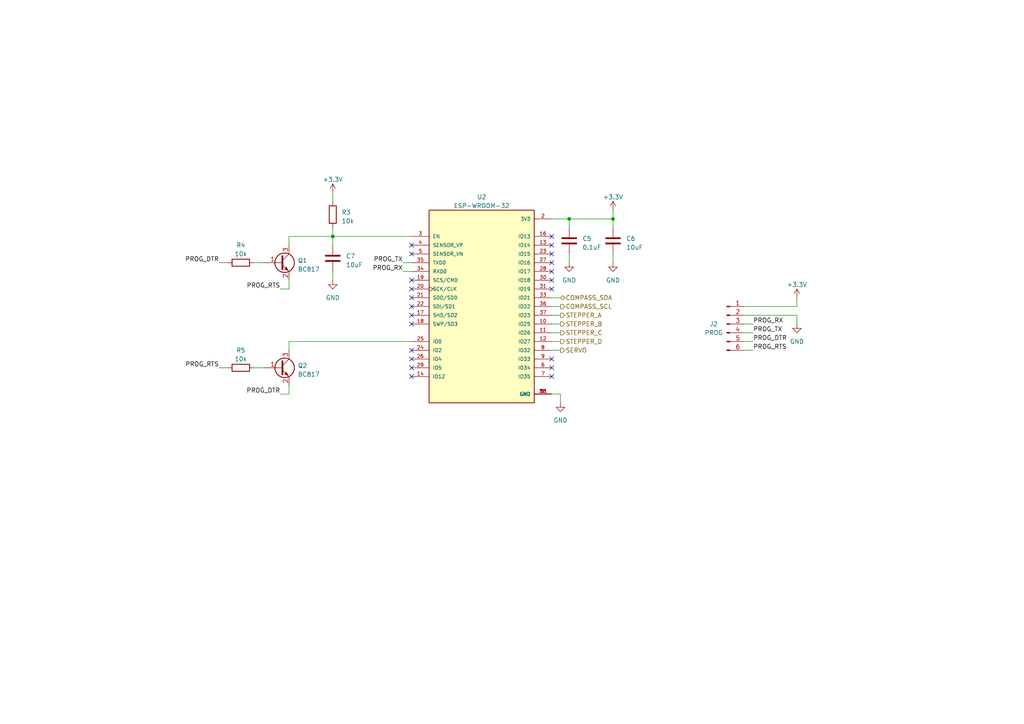
<source format=kicad_sch>
(kicad_sch (version 20230121) (generator eeschema)

  (uuid fc2a9afd-6e2a-46fa-ac16-fdf80db68002)

  (paper "A4")

  (title_block
    (title "ISSptr")
    (date "July 2024")
    (rev "v1")
  )

  (lib_symbols
    (symbol "Connector:Conn_01x06_Pin" (pin_names (offset 1.016) hide) (in_bom yes) (on_board yes)
      (property "Reference" "J" (at 0 7.62 0)
        (effects (font (size 1.27 1.27)))
      )
      (property "Value" "Conn_01x06_Pin" (at 0 -10.16 0)
        (effects (font (size 1.27 1.27)))
      )
      (property "Footprint" "" (at 0 0 0)
        (effects (font (size 1.27 1.27)) hide)
      )
      (property "Datasheet" "~" (at 0 0 0)
        (effects (font (size 1.27 1.27)) hide)
      )
      (property "ki_locked" "" (at 0 0 0)
        (effects (font (size 1.27 1.27)))
      )
      (property "ki_keywords" "connector" (at 0 0 0)
        (effects (font (size 1.27 1.27)) hide)
      )
      (property "ki_description" "Generic connector, single row, 01x06, script generated" (at 0 0 0)
        (effects (font (size 1.27 1.27)) hide)
      )
      (property "ki_fp_filters" "Connector*:*_1x??_*" (at 0 0 0)
        (effects (font (size 1.27 1.27)) hide)
      )
      (symbol "Conn_01x06_Pin_1_1"
        (polyline
          (pts
            (xy 1.27 -7.62)
            (xy 0.8636 -7.62)
          )
          (stroke (width 0.1524) (type default))
          (fill (type none))
        )
        (polyline
          (pts
            (xy 1.27 -5.08)
            (xy 0.8636 -5.08)
          )
          (stroke (width 0.1524) (type default))
          (fill (type none))
        )
        (polyline
          (pts
            (xy 1.27 -2.54)
            (xy 0.8636 -2.54)
          )
          (stroke (width 0.1524) (type default))
          (fill (type none))
        )
        (polyline
          (pts
            (xy 1.27 0)
            (xy 0.8636 0)
          )
          (stroke (width 0.1524) (type default))
          (fill (type none))
        )
        (polyline
          (pts
            (xy 1.27 2.54)
            (xy 0.8636 2.54)
          )
          (stroke (width 0.1524) (type default))
          (fill (type none))
        )
        (polyline
          (pts
            (xy 1.27 5.08)
            (xy 0.8636 5.08)
          )
          (stroke (width 0.1524) (type default))
          (fill (type none))
        )
        (rectangle (start 0.8636 -7.493) (end 0 -7.747)
          (stroke (width 0.1524) (type default))
          (fill (type outline))
        )
        (rectangle (start 0.8636 -4.953) (end 0 -5.207)
          (stroke (width 0.1524) (type default))
          (fill (type outline))
        )
        (rectangle (start 0.8636 -2.413) (end 0 -2.667)
          (stroke (width 0.1524) (type default))
          (fill (type outline))
        )
        (rectangle (start 0.8636 0.127) (end 0 -0.127)
          (stroke (width 0.1524) (type default))
          (fill (type outline))
        )
        (rectangle (start 0.8636 2.667) (end 0 2.413)
          (stroke (width 0.1524) (type default))
          (fill (type outline))
        )
        (rectangle (start 0.8636 5.207) (end 0 4.953)
          (stroke (width 0.1524) (type default))
          (fill (type outline))
        )
        (pin passive line (at 5.08 5.08 180) (length 3.81)
          (name "Pin_1" (effects (font (size 1.27 1.27))))
          (number "1" (effects (font (size 1.27 1.27))))
        )
        (pin passive line (at 5.08 2.54 180) (length 3.81)
          (name "Pin_2" (effects (font (size 1.27 1.27))))
          (number "2" (effects (font (size 1.27 1.27))))
        )
        (pin passive line (at 5.08 0 180) (length 3.81)
          (name "Pin_3" (effects (font (size 1.27 1.27))))
          (number "3" (effects (font (size 1.27 1.27))))
        )
        (pin passive line (at 5.08 -2.54 180) (length 3.81)
          (name "Pin_4" (effects (font (size 1.27 1.27))))
          (number "4" (effects (font (size 1.27 1.27))))
        )
        (pin passive line (at 5.08 -5.08 180) (length 3.81)
          (name "Pin_5" (effects (font (size 1.27 1.27))))
          (number "5" (effects (font (size 1.27 1.27))))
        )
        (pin passive line (at 5.08 -7.62 180) (length 3.81)
          (name "Pin_6" (effects (font (size 1.27 1.27))))
          (number "6" (effects (font (size 1.27 1.27))))
        )
      )
    )
    (symbol "Device:C" (pin_numbers hide) (pin_names (offset 0.254)) (in_bom yes) (on_board yes)
      (property "Reference" "C" (at 0.635 2.54 0)
        (effects (font (size 1.27 1.27)) (justify left))
      )
      (property "Value" "C" (at 0.635 -2.54 0)
        (effects (font (size 1.27 1.27)) (justify left))
      )
      (property "Footprint" "" (at 0.9652 -3.81 0)
        (effects (font (size 1.27 1.27)) hide)
      )
      (property "Datasheet" "~" (at 0 0 0)
        (effects (font (size 1.27 1.27)) hide)
      )
      (property "ki_keywords" "cap capacitor" (at 0 0 0)
        (effects (font (size 1.27 1.27)) hide)
      )
      (property "ki_description" "Unpolarized capacitor" (at 0 0 0)
        (effects (font (size 1.27 1.27)) hide)
      )
      (property "ki_fp_filters" "C_*" (at 0 0 0)
        (effects (font (size 1.27 1.27)) hide)
      )
      (symbol "C_0_1"
        (polyline
          (pts
            (xy -2.032 -0.762)
            (xy 2.032 -0.762)
          )
          (stroke (width 0.508) (type default))
          (fill (type none))
        )
        (polyline
          (pts
            (xy -2.032 0.762)
            (xy 2.032 0.762)
          )
          (stroke (width 0.508) (type default))
          (fill (type none))
        )
      )
      (symbol "C_1_1"
        (pin passive line (at 0 3.81 270) (length 2.794)
          (name "~" (effects (font (size 1.27 1.27))))
          (number "1" (effects (font (size 1.27 1.27))))
        )
        (pin passive line (at 0 -3.81 90) (length 2.794)
          (name "~" (effects (font (size 1.27 1.27))))
          (number "2" (effects (font (size 1.27 1.27))))
        )
      )
    )
    (symbol "Device:R" (pin_numbers hide) (pin_names (offset 0)) (in_bom yes) (on_board yes)
      (property "Reference" "R" (at 2.032 0 90)
        (effects (font (size 1.27 1.27)))
      )
      (property "Value" "R" (at 0 0 90)
        (effects (font (size 1.27 1.27)))
      )
      (property "Footprint" "" (at -1.778 0 90)
        (effects (font (size 1.27 1.27)) hide)
      )
      (property "Datasheet" "~" (at 0 0 0)
        (effects (font (size 1.27 1.27)) hide)
      )
      (property "ki_keywords" "R res resistor" (at 0 0 0)
        (effects (font (size 1.27 1.27)) hide)
      )
      (property "ki_description" "Resistor" (at 0 0 0)
        (effects (font (size 1.27 1.27)) hide)
      )
      (property "ki_fp_filters" "R_*" (at 0 0 0)
        (effects (font (size 1.27 1.27)) hide)
      )
      (symbol "R_0_1"
        (rectangle (start -1.016 -2.54) (end 1.016 2.54)
          (stroke (width 0.254) (type default))
          (fill (type none))
        )
      )
      (symbol "R_1_1"
        (pin passive line (at 0 3.81 270) (length 1.27)
          (name "~" (effects (font (size 1.27 1.27))))
          (number "1" (effects (font (size 1.27 1.27))))
        )
        (pin passive line (at 0 -3.81 90) (length 1.27)
          (name "~" (effects (font (size 1.27 1.27))))
          (number "2" (effects (font (size 1.27 1.27))))
        )
      )
    )
    (symbol "ESP-WROOM-32:ESP-WROOM-32" (pin_names (offset 1.016)) (in_bom yes) (on_board yes)
      (property "Reference" "U" (at -15.2699 28.5037 0)
        (effects (font (size 1.27 1.27)) (justify left bottom))
      )
      (property "Value" "ESP-WROOM-32" (at -15.2772 -31.0638 0)
        (effects (font (size 1.27 1.27)) (justify left bottom))
      )
      (property "Footprint" "ESP-WROOM-32:MODULE_ESP-WROOM-32" (at 0 0 0)
        (effects (font (size 1.27 1.27)) (justify bottom) hide)
      )
      (property "Datasheet" "" (at 0 0 0)
        (effects (font (size 1.27 1.27)) hide)
      )
      (property "MF" "Espressif Systems" (at 0 0 0)
        (effects (font (size 1.27 1.27)) (justify bottom) hide)
      )
      (property "DESCRIPTION" "Module: combo; GPIO, I2C x2, I2S x2, SDIO, SPI x3, UART x3; 19.5dBm" (at 0 0 0)
        (effects (font (size 1.27 1.27)) (justify bottom) hide)
      )
      (property "PACKAGE" "Module Espressif Systems" (at 0 0 0)
        (effects (font (size 1.27 1.27)) (justify bottom) hide)
      )
      (property "PRICE" "4.57 USD" (at 0 0 0)
        (effects (font (size 1.27 1.27)) (justify bottom) hide)
      )
      (property "Package" "Module Espressif Systems" (at 0 0 0)
        (effects (font (size 1.27 1.27)) (justify bottom) hide)
      )
      (property "Check_prices" "https://www.snapeda.com/parts/ESP-WROOM-32/Espressif+Systems/view-part/?ref=eda" (at 0 0 0)
        (effects (font (size 1.27 1.27)) (justify bottom) hide)
      )
      (property "Price" "None" (at 0 0 0)
        (effects (font (size 1.27 1.27)) (justify bottom) hide)
      )
      (property "SnapEDA_Link" "https://www.snapeda.com/parts/ESP-WROOM-32/Espressif+Systems/view-part/?ref=snap" (at 0 0 0)
        (effects (font (size 1.27 1.27)) (justify bottom) hide)
      )
      (property "MP" "ESP-WROOM-32" (at 0 0 0)
        (effects (font (size 1.27 1.27)) (justify bottom) hide)
      )
      (property "Availability" "Not in stock" (at 0 0 0)
        (effects (font (size 1.27 1.27)) (justify bottom) hide)
      )
      (property "AVAILABILITY" "Warning" (at 0 0 0)
        (effects (font (size 1.27 1.27)) (justify bottom) hide)
      )
      (property "Description" "\nESP-WROOM-32 series Transceiver; 802.11 b/g/n (Wi-Fi, WiFi, WLAN), Bluetooth® Smart 4.x Low Energy (BLE) Evaluation Board\n" (at 0 0 0)
        (effects (font (size 1.27 1.27)) (justify bottom) hide)
      )
      (symbol "ESP-WROOM-32_0_0"
        (rectangle (start -15.24 -27.94) (end 15.24 27.94)
          (stroke (width 0.254) (type default))
          (fill (type background))
        )
        (pin power_in line (at 20.32 -25.4 180) (length 5.08)
          (name "GND" (effects (font (size 1.016 1.016))))
          (number "1" (effects (font (size 1.016 1.016))))
        )
        (pin power_in line (at 20.32 -25.4 180) (length 5.08)
          (name "GND" (effects (font (size 1.016 1.016))))
          (number "1.1" (effects (font (size 1.016 1.016))))
        )
        (pin bidirectional line (at 20.32 -5.08 180) (length 5.08)
          (name "IO25" (effects (font (size 1.016 1.016))))
          (number "10" (effects (font (size 1.016 1.016))))
        )
        (pin bidirectional line (at 20.32 -7.62 180) (length 5.08)
          (name "IO26" (effects (font (size 1.016 1.016))))
          (number "11" (effects (font (size 1.016 1.016))))
        )
        (pin bidirectional line (at 20.32 -10.16 180) (length 5.08)
          (name "IO27" (effects (font (size 1.016 1.016))))
          (number "12" (effects (font (size 1.016 1.016))))
        )
        (pin bidirectional line (at 20.32 17.78 180) (length 5.08)
          (name "IO14" (effects (font (size 1.016 1.016))))
          (number "13" (effects (font (size 1.016 1.016))))
        )
        (pin bidirectional line (at -20.32 -20.32 0) (length 5.08)
          (name "IO12" (effects (font (size 1.016 1.016))))
          (number "14" (effects (font (size 1.016 1.016))))
        )
        (pin power_in line (at 20.32 -25.4 180) (length 5.08)
          (name "GND" (effects (font (size 1.016 1.016))))
          (number "15" (effects (font (size 1.016 1.016))))
        )
        (pin bidirectional line (at 20.32 20.32 180) (length 5.08)
          (name "IO13" (effects (font (size 1.016 1.016))))
          (number "16" (effects (font (size 1.016 1.016))))
        )
        (pin bidirectional line (at -20.32 -2.54 0) (length 5.08)
          (name "SHD/SD2" (effects (font (size 1.016 1.016))))
          (number "17" (effects (font (size 1.016 1.016))))
        )
        (pin bidirectional line (at -20.32 -5.08 0) (length 5.08)
          (name "SWP/SD3" (effects (font (size 1.016 1.016))))
          (number "18" (effects (font (size 1.016 1.016))))
        )
        (pin bidirectional line (at -20.32 7.62 0) (length 5.08)
          (name "SCS/CMD" (effects (font (size 1.016 1.016))))
          (number "19" (effects (font (size 1.016 1.016))))
        )
        (pin power_in line (at 20.32 25.4 180) (length 5.08)
          (name "3V3" (effects (font (size 1.016 1.016))))
          (number "2" (effects (font (size 1.016 1.016))))
        )
        (pin bidirectional clock (at -20.32 5.08 0) (length 5.08)
          (name "SCK/CLK" (effects (font (size 1.016 1.016))))
          (number "20" (effects (font (size 1.016 1.016))))
        )
        (pin bidirectional line (at -20.32 2.54 0) (length 5.08)
          (name "SDO/SD0" (effects (font (size 1.016 1.016))))
          (number "21" (effects (font (size 1.016 1.016))))
        )
        (pin bidirectional line (at -20.32 0 0) (length 5.08)
          (name "SDI/SD1" (effects (font (size 1.016 1.016))))
          (number "22" (effects (font (size 1.016 1.016))))
        )
        (pin bidirectional line (at 20.32 15.24 180) (length 5.08)
          (name "IO15" (effects (font (size 1.016 1.016))))
          (number "23" (effects (font (size 1.016 1.016))))
        )
        (pin bidirectional line (at -20.32 -12.7 0) (length 5.08)
          (name "IO2" (effects (font (size 1.016 1.016))))
          (number "24" (effects (font (size 1.016 1.016))))
        )
        (pin bidirectional line (at -20.32 -10.16 0) (length 5.08)
          (name "IO0" (effects (font (size 1.016 1.016))))
          (number "25" (effects (font (size 1.016 1.016))))
        )
        (pin bidirectional line (at -20.32 -15.24 0) (length 5.08)
          (name "IO4" (effects (font (size 1.016 1.016))))
          (number "26" (effects (font (size 1.016 1.016))))
        )
        (pin bidirectional line (at 20.32 12.7 180) (length 5.08)
          (name "IO16" (effects (font (size 1.016 1.016))))
          (number "27" (effects (font (size 1.016 1.016))))
        )
        (pin bidirectional line (at 20.32 10.16 180) (length 5.08)
          (name "IO17" (effects (font (size 1.016 1.016))))
          (number "28" (effects (font (size 1.016 1.016))))
        )
        (pin bidirectional line (at -20.32 -17.78 0) (length 5.08)
          (name "IO5" (effects (font (size 1.016 1.016))))
          (number "29" (effects (font (size 1.016 1.016))))
        )
        (pin input line (at -20.32 20.32 0) (length 5.08)
          (name "EN" (effects (font (size 1.016 1.016))))
          (number "3" (effects (font (size 1.016 1.016))))
        )
        (pin bidirectional line (at 20.32 7.62 180) (length 5.08)
          (name "IO18" (effects (font (size 1.016 1.016))))
          (number "30" (effects (font (size 1.016 1.016))))
        )
        (pin bidirectional line (at 20.32 5.08 180) (length 5.08)
          (name "IO19" (effects (font (size 1.016 1.016))))
          (number "31" (effects (font (size 1.016 1.016))))
        )
        (pin bidirectional line (at 20.32 2.54 180) (length 5.08)
          (name "IO21" (effects (font (size 1.016 1.016))))
          (number "33" (effects (font (size 1.016 1.016))))
        )
        (pin bidirectional line (at -20.32 10.16 0) (length 5.08)
          (name "RXD0" (effects (font (size 1.016 1.016))))
          (number "34" (effects (font (size 1.016 1.016))))
        )
        (pin bidirectional line (at -20.32 12.7 0) (length 5.08)
          (name "TXD0" (effects (font (size 1.016 1.016))))
          (number "35" (effects (font (size 1.016 1.016))))
        )
        (pin bidirectional line (at 20.32 0 180) (length 5.08)
          (name "IO22" (effects (font (size 1.016 1.016))))
          (number "36" (effects (font (size 1.016 1.016))))
        )
        (pin bidirectional line (at 20.32 -2.54 180) (length 5.08)
          (name "IO23" (effects (font (size 1.016 1.016))))
          (number "37" (effects (font (size 1.016 1.016))))
        )
        (pin power_in line (at 20.32 -25.4 180) (length 5.08)
          (name "GND" (effects (font (size 1.016 1.016))))
          (number "38" (effects (font (size 1.016 1.016))))
        )
        (pin input line (at -20.32 17.78 0) (length 5.08)
          (name "SENSOR_VP" (effects (font (size 1.016 1.016))))
          (number "4" (effects (font (size 1.016 1.016))))
        )
        (pin input line (at -20.32 15.24 0) (length 5.08)
          (name "SENSOR_VN" (effects (font (size 1.016 1.016))))
          (number "5" (effects (font (size 1.016 1.016))))
        )
        (pin bidirectional line (at 20.32 -17.78 180) (length 5.08)
          (name "IO34" (effects (font (size 1.016 1.016))))
          (number "6" (effects (font (size 1.016 1.016))))
        )
        (pin bidirectional line (at 20.32 -20.32 180) (length 5.08)
          (name "IO35" (effects (font (size 1.016 1.016))))
          (number "7" (effects (font (size 1.016 1.016))))
        )
        (pin bidirectional line (at 20.32 -12.7 180) (length 5.08)
          (name "IO32" (effects (font (size 1.016 1.016))))
          (number "8" (effects (font (size 1.016 1.016))))
        )
        (pin bidirectional line (at 20.32 -15.24 180) (length 5.08)
          (name "IO33" (effects (font (size 1.016 1.016))))
          (number "9" (effects (font (size 1.016 1.016))))
        )
      )
    )
    (symbol "Transistor_BJT:BC817" (pin_names (offset 0) hide) (in_bom yes) (on_board yes)
      (property "Reference" "Q" (at 5.08 1.905 0)
        (effects (font (size 1.27 1.27)) (justify left))
      )
      (property "Value" "BC817" (at 5.08 0 0)
        (effects (font (size 1.27 1.27)) (justify left))
      )
      (property "Footprint" "Package_TO_SOT_SMD:SOT-23" (at 5.08 -1.905 0)
        (effects (font (size 1.27 1.27) italic) (justify left) hide)
      )
      (property "Datasheet" "https://www.onsemi.com/pub/Collateral/BC818-D.pdf" (at 0 0 0)
        (effects (font (size 1.27 1.27)) (justify left) hide)
      )
      (property "ki_keywords" "NPN Transistor" (at 0 0 0)
        (effects (font (size 1.27 1.27)) hide)
      )
      (property "ki_description" "0.8A Ic, 45V Vce, NPN Transistor, SOT-23" (at 0 0 0)
        (effects (font (size 1.27 1.27)) hide)
      )
      (property "ki_fp_filters" "SOT?23*" (at 0 0 0)
        (effects (font (size 1.27 1.27)) hide)
      )
      (symbol "BC817_0_1"
        (polyline
          (pts
            (xy 0.635 0.635)
            (xy 2.54 2.54)
          )
          (stroke (width 0) (type default))
          (fill (type none))
        )
        (polyline
          (pts
            (xy 0.635 -0.635)
            (xy 2.54 -2.54)
            (xy 2.54 -2.54)
          )
          (stroke (width 0) (type default))
          (fill (type none))
        )
        (polyline
          (pts
            (xy 0.635 1.905)
            (xy 0.635 -1.905)
            (xy 0.635 -1.905)
          )
          (stroke (width 0.508) (type default))
          (fill (type none))
        )
        (polyline
          (pts
            (xy 1.27 -1.778)
            (xy 1.778 -1.27)
            (xy 2.286 -2.286)
            (xy 1.27 -1.778)
            (xy 1.27 -1.778)
          )
          (stroke (width 0) (type default))
          (fill (type outline))
        )
        (circle (center 1.27 0) (radius 2.8194)
          (stroke (width 0.254) (type default))
          (fill (type none))
        )
      )
      (symbol "BC817_1_1"
        (pin input line (at -5.08 0 0) (length 5.715)
          (name "B" (effects (font (size 1.27 1.27))))
          (number "1" (effects (font (size 1.27 1.27))))
        )
        (pin passive line (at 2.54 -5.08 90) (length 2.54)
          (name "E" (effects (font (size 1.27 1.27))))
          (number "2" (effects (font (size 1.27 1.27))))
        )
        (pin passive line (at 2.54 5.08 270) (length 2.54)
          (name "C" (effects (font (size 1.27 1.27))))
          (number "3" (effects (font (size 1.27 1.27))))
        )
      )
    )
    (symbol "power:+3.3V" (power) (pin_names (offset 0)) (in_bom yes) (on_board yes)
      (property "Reference" "#PWR" (at 0 -3.81 0)
        (effects (font (size 1.27 1.27)) hide)
      )
      (property "Value" "+3.3V" (at 0 3.556 0)
        (effects (font (size 1.27 1.27)))
      )
      (property "Footprint" "" (at 0 0 0)
        (effects (font (size 1.27 1.27)) hide)
      )
      (property "Datasheet" "" (at 0 0 0)
        (effects (font (size 1.27 1.27)) hide)
      )
      (property "ki_keywords" "global power" (at 0 0 0)
        (effects (font (size 1.27 1.27)) hide)
      )
      (property "ki_description" "Power symbol creates a global label with name \"+3.3V\"" (at 0 0 0)
        (effects (font (size 1.27 1.27)) hide)
      )
      (symbol "+3.3V_0_1"
        (polyline
          (pts
            (xy -0.762 1.27)
            (xy 0 2.54)
          )
          (stroke (width 0) (type default))
          (fill (type none))
        )
        (polyline
          (pts
            (xy 0 0)
            (xy 0 2.54)
          )
          (stroke (width 0) (type default))
          (fill (type none))
        )
        (polyline
          (pts
            (xy 0 2.54)
            (xy 0.762 1.27)
          )
          (stroke (width 0) (type default))
          (fill (type none))
        )
      )
      (symbol "+3.3V_1_1"
        (pin power_in line (at 0 0 90) (length 0) hide
          (name "+3.3V" (effects (font (size 1.27 1.27))))
          (number "1" (effects (font (size 1.27 1.27))))
        )
      )
    )
    (symbol "power:GND" (power) (pin_names (offset 0)) (in_bom yes) (on_board yes)
      (property "Reference" "#PWR" (at 0 -6.35 0)
        (effects (font (size 1.27 1.27)) hide)
      )
      (property "Value" "GND" (at 0 -3.81 0)
        (effects (font (size 1.27 1.27)))
      )
      (property "Footprint" "" (at 0 0 0)
        (effects (font (size 1.27 1.27)) hide)
      )
      (property "Datasheet" "" (at 0 0 0)
        (effects (font (size 1.27 1.27)) hide)
      )
      (property "ki_keywords" "global power" (at 0 0 0)
        (effects (font (size 1.27 1.27)) hide)
      )
      (property "ki_description" "Power symbol creates a global label with name \"GND\" , ground" (at 0 0 0)
        (effects (font (size 1.27 1.27)) hide)
      )
      (symbol "GND_0_1"
        (polyline
          (pts
            (xy 0 0)
            (xy 0 -1.27)
            (xy 1.27 -1.27)
            (xy 0 -2.54)
            (xy -1.27 -1.27)
            (xy 0 -1.27)
          )
          (stroke (width 0) (type default))
          (fill (type none))
        )
      )
      (symbol "GND_1_1"
        (pin power_in line (at 0 0 270) (length 0) hide
          (name "GND" (effects (font (size 1.27 1.27))))
          (number "1" (effects (font (size 1.27 1.27))))
        )
      )
    )
  )

  (junction (at 177.8 63.5) (diameter 0) (color 0 0 0 0)
    (uuid 2e83338c-83c1-4ea3-a3ad-95069bcbec36)
  )
  (junction (at 96.52 68.58) (diameter 0) (color 0 0 0 0)
    (uuid 93973bd5-9217-4a3f-a141-5150015e590f)
  )
  (junction (at 165.1 63.5) (diameter 0) (color 0 0 0 0)
    (uuid 942757a5-b48b-4b82-a537-169ae64741fb)
  )

  (no_connect (at 119.38 101.6) (uuid 0493e351-c1bf-45a7-8e71-4cd5c1f0f2ef))
  (no_connect (at 160.02 104.14) (uuid 2e75f186-bbbe-407b-9326-009ef3c46cd6))
  (no_connect (at 160.02 71.12) (uuid 328fb2fc-71e5-49ab-8e4b-9b8bc118250e))
  (no_connect (at 119.38 88.9) (uuid 3df35252-60f8-4bff-8943-91ef3f5ea5fd))
  (no_connect (at 119.38 93.98) (uuid 3f61c2a2-aef0-4842-963e-55e78ee076d7))
  (no_connect (at 160.02 73.66) (uuid 400840e3-3e34-4abe-8d63-e5564933babe))
  (no_connect (at 160.02 78.74) (uuid 44a94339-18de-4fe9-bccc-af71230a91a0))
  (no_connect (at 160.02 76.2) (uuid 503fac91-74f8-46ef-bcde-e7dcaa9be1a3))
  (no_connect (at 119.38 109.22) (uuid 6e0533f7-bb2f-4f45-b7f4-5b9ae7736e25))
  (no_connect (at 119.38 104.14) (uuid 6e86cfac-7091-4c7c-965b-0773210e4752))
  (no_connect (at 119.38 106.68) (uuid 6f26f171-6ee2-443c-bc38-9f97d0dc87e1))
  (no_connect (at 160.02 109.22) (uuid 897a67ec-4422-49a3-bed2-1e86785fda9f))
  (no_connect (at 160.02 81.28) (uuid 946cdf11-4318-44a5-830a-1e5c2e1351d6))
  (no_connect (at 119.38 83.82) (uuid a996fc1e-4c75-437f-ba36-74bbe9ccb423))
  (no_connect (at 119.38 81.28) (uuid b853222f-22b7-4565-8a18-326f689229c1))
  (no_connect (at 119.38 91.44) (uuid bcdf6c8d-1300-4a0a-b64b-79a5a00eb8b0))
  (no_connect (at 160.02 106.68) (uuid bdf3bb46-a793-4ef8-9982-410e96158d7a))
  (no_connect (at 160.02 68.58) (uuid c3cbfa10-b76c-4e64-8ff5-8647ca490711))
  (no_connect (at 119.38 73.66) (uuid cab4662c-b98f-4487-ab4d-8a5f48fd9a97))
  (no_connect (at 119.38 71.12) (uuid cbbffbb1-e3da-40ec-bef5-7db35d7a3546))
  (no_connect (at 160.02 83.82) (uuid d258f8fa-c819-4d22-879f-09aa78ef26cf))
  (no_connect (at 119.38 86.36) (uuid f2e12381-63fe-41d3-ad09-3d20a68b7c78))

  (wire (pts (xy 165.1 63.5) (xy 177.8 63.5))
    (stroke (width 0) (type default))
    (uuid 071ff918-6fc3-41b5-9ae5-8141c21f0ed1)
  )
  (wire (pts (xy 231.14 91.44) (xy 215.9 91.44))
    (stroke (width 0) (type default))
    (uuid 0878e2ac-fa20-4c92-9e1a-ba2b8c0d6eaa)
  )
  (wire (pts (xy 215.9 96.52) (xy 218.44 96.52))
    (stroke (width 0) (type default))
    (uuid 0a714f1b-78cb-4556-b4f4-b97ff8dc2c81)
  )
  (wire (pts (xy 160.02 99.06) (xy 162.56 99.06))
    (stroke (width 0) (type default))
    (uuid 1efdab58-2aeb-423a-b092-eedcf4b640d1)
  )
  (wire (pts (xy 162.56 116.84) (xy 162.56 114.3))
    (stroke (width 0) (type default))
    (uuid 22cce8c1-6166-4f86-bc67-5097728fedf3)
  )
  (wire (pts (xy 73.66 106.68) (xy 76.2 106.68))
    (stroke (width 0) (type default))
    (uuid 2885abb5-d8a2-4000-a876-431181a6e511)
  )
  (wire (pts (xy 215.9 93.98) (xy 218.44 93.98))
    (stroke (width 0) (type default))
    (uuid 3bcf5fc4-1c5d-4c58-baab-5020e68be323)
  )
  (wire (pts (xy 83.82 83.82) (xy 81.28 83.82))
    (stroke (width 0) (type default))
    (uuid 3bf8bec5-ffc9-4272-8d2b-72ed6d6a3a21)
  )
  (wire (pts (xy 83.82 114.3) (xy 81.28 114.3))
    (stroke (width 0) (type default))
    (uuid 3c64290a-5273-48b4-9140-a49b53ef5dbb)
  )
  (wire (pts (xy 162.56 114.3) (xy 160.02 114.3))
    (stroke (width 0) (type default))
    (uuid 3f42cc45-57d9-456e-95f6-eb8dc8f10bfd)
  )
  (wire (pts (xy 177.8 60.96) (xy 177.8 63.5))
    (stroke (width 0) (type default))
    (uuid 41520419-85fe-4617-a89c-39efcc6340cd)
  )
  (wire (pts (xy 116.84 78.74) (xy 119.38 78.74))
    (stroke (width 0) (type default))
    (uuid 4980291a-c59e-4fdc-bc51-fe07888db945)
  )
  (wire (pts (xy 63.5 106.68) (xy 66.04 106.68))
    (stroke (width 0) (type default))
    (uuid 4d2f8749-b793-4903-bff9-171d6211bb0a)
  )
  (wire (pts (xy 96.52 68.58) (xy 119.38 68.58))
    (stroke (width 0) (type default))
    (uuid 5fa700ab-ed1a-4efc-a71a-dc09b7f19c1d)
  )
  (wire (pts (xy 165.1 73.66) (xy 165.1 76.2))
    (stroke (width 0) (type default))
    (uuid 68f14366-33a5-43de-9f8b-0bdd2a95220b)
  )
  (wire (pts (xy 160.02 101.6) (xy 162.56 101.6))
    (stroke (width 0) (type default))
    (uuid 69e6826e-2a47-4010-a4b8-ffdc172577bb)
  )
  (wire (pts (xy 83.82 101.6) (xy 83.82 99.06))
    (stroke (width 0) (type default))
    (uuid 7130ca29-8df3-409b-adad-d8670ea2df9c)
  )
  (wire (pts (xy 96.52 78.74) (xy 96.52 81.28))
    (stroke (width 0) (type default))
    (uuid 732f7c19-9377-4757-8fe4-bc7de4590e09)
  )
  (wire (pts (xy 160.02 88.9) (xy 162.56 88.9))
    (stroke (width 0) (type default))
    (uuid 780f25f1-c43d-40a1-87c3-ad3b169fefce)
  )
  (wire (pts (xy 83.82 99.06) (xy 119.38 99.06))
    (stroke (width 0) (type default))
    (uuid 784d4a17-07d1-4d03-b0bb-bfd62b614772)
  )
  (wire (pts (xy 73.66 76.2) (xy 76.2 76.2))
    (stroke (width 0) (type default))
    (uuid 841efc10-d33f-42dc-97bf-aba1956852b0)
  )
  (wire (pts (xy 165.1 63.5) (xy 165.1 66.04))
    (stroke (width 0) (type default))
    (uuid 85e9b16a-b988-4be7-91a9-162c06d8cf5b)
  )
  (wire (pts (xy 215.9 88.9) (xy 231.14 88.9))
    (stroke (width 0) (type default))
    (uuid 90b3566a-1994-49d3-84a8-223ef4c5a3f9)
  )
  (wire (pts (xy 177.8 73.66) (xy 177.8 76.2))
    (stroke (width 0) (type default))
    (uuid 9259fb89-2727-42e7-9fc3-f59827a76e29)
  )
  (wire (pts (xy 63.5 76.2) (xy 66.04 76.2))
    (stroke (width 0) (type default))
    (uuid 9f638b12-6ea0-4994-b6d1-127189adddee)
  )
  (wire (pts (xy 215.9 101.6) (xy 218.44 101.6))
    (stroke (width 0) (type default))
    (uuid b4f4a421-715f-4118-b161-621b4a9e8789)
  )
  (wire (pts (xy 96.52 55.88) (xy 96.52 58.42))
    (stroke (width 0) (type default))
    (uuid b5f96707-1105-4bf8-9edb-b38cdcb1495a)
  )
  (wire (pts (xy 177.8 63.5) (xy 177.8 66.04))
    (stroke (width 0) (type default))
    (uuid b9e0029a-bd61-4785-a46e-30b04957799c)
  )
  (wire (pts (xy 231.14 88.9) (xy 231.14 86.36))
    (stroke (width 0) (type default))
    (uuid bae57c61-ec10-4381-9ade-4f558ecfe743)
  )
  (wire (pts (xy 116.84 76.2) (xy 119.38 76.2))
    (stroke (width 0) (type default))
    (uuid bc0d278a-e86d-4683-9339-81e9633ef18e)
  )
  (wire (pts (xy 160.02 93.98) (xy 162.56 93.98))
    (stroke (width 0) (type default))
    (uuid c25bdf59-8746-4bf4-94ed-eb9f4135b79d)
  )
  (wire (pts (xy 160.02 63.5) (xy 165.1 63.5))
    (stroke (width 0) (type default))
    (uuid c7215d7e-3650-4935-afaf-b3a6418608b2)
  )
  (wire (pts (xy 160.02 86.36) (xy 162.56 86.36))
    (stroke (width 0) (type default))
    (uuid d86fb088-6c52-41e0-a74e-15fde16de8f5)
  )
  (wire (pts (xy 96.52 66.04) (xy 96.52 68.58))
    (stroke (width 0) (type default))
    (uuid da6e7357-637b-44be-bdac-6f5982668775)
  )
  (wire (pts (xy 160.02 91.44) (xy 162.56 91.44))
    (stroke (width 0) (type default))
    (uuid dbc2ddb9-e074-4240-b53e-89153530aba5)
  )
  (wire (pts (xy 83.82 111.76) (xy 83.82 114.3))
    (stroke (width 0) (type default))
    (uuid dd97085a-cb58-4589-a804-cb168daaee07)
  )
  (wire (pts (xy 215.9 99.06) (xy 218.44 99.06))
    (stroke (width 0) (type default))
    (uuid e5505bd3-15e7-4028-bb1c-49cdcb8e5ec0)
  )
  (wire (pts (xy 83.82 81.28) (xy 83.82 83.82))
    (stroke (width 0) (type default))
    (uuid eb3b8213-8bc1-4247-9ec5-1032623913c5)
  )
  (wire (pts (xy 83.82 68.58) (xy 96.52 68.58))
    (stroke (width 0) (type default))
    (uuid edf6c6a9-f87b-4670-a990-0a893f20f687)
  )
  (wire (pts (xy 83.82 71.12) (xy 83.82 68.58))
    (stroke (width 0) (type default))
    (uuid ee3afeaa-7feb-47c4-995d-998ff545f9f5)
  )
  (wire (pts (xy 160.02 96.52) (xy 162.56 96.52))
    (stroke (width 0) (type default))
    (uuid f6c1aa63-d7fe-4a8b-bafd-fde3846c6be4)
  )
  (wire (pts (xy 96.52 68.58) (xy 96.52 71.12))
    (stroke (width 0) (type default))
    (uuid fc4aa48d-cd03-4c69-8f23-27b71e0a5de8)
  )
  (wire (pts (xy 231.14 93.98) (xy 231.14 91.44))
    (stroke (width 0) (type default))
    (uuid fc7202db-b109-49b7-8795-21eb7c0e0266)
  )

  (label "PROG_TX" (at 116.84 76.2 180) (fields_autoplaced)
    (effects (font (size 1.27 1.27)) (justify right bottom))
    (uuid 20eec79e-87da-4a22-a96a-65989a0ea7b2)
  )
  (label "PROG_RX" (at 116.84 78.74 180) (fields_autoplaced)
    (effects (font (size 1.27 1.27)) (justify right bottom))
    (uuid 2cf71465-e572-4999-b4cd-4bfc7ab3646f)
  )
  (label "PROG_TX" (at 218.44 96.52 0) (fields_autoplaced)
    (effects (font (size 1.27 1.27)) (justify left bottom))
    (uuid 50994ddc-3241-4066-a88d-8b6576ad2c3e)
  )
  (label "PROG_DTR" (at 63.5 76.2 180) (fields_autoplaced)
    (effects (font (size 1.27 1.27)) (justify right bottom))
    (uuid 52955df0-932a-41b8-b54e-80de1aa204f8)
  )
  (label "PROG_RX" (at 218.44 93.98 0) (fields_autoplaced)
    (effects (font (size 1.27 1.27)) (justify left bottom))
    (uuid 6f37432d-afb9-4b04-a3dd-d2d5f13eb5e7)
  )
  (label "PROG_RTS" (at 218.44 101.6 0) (fields_autoplaced)
    (effects (font (size 1.27 1.27)) (justify left bottom))
    (uuid 70cfbbae-cb59-4d27-943b-ed6da5da46c5)
  )
  (label "PROG_DTR" (at 218.44 99.06 0) (fields_autoplaced)
    (effects (font (size 1.27 1.27)) (justify left bottom))
    (uuid 73dd0706-2184-483c-83fe-16138c023324)
  )
  (label "PROG_RTS" (at 63.5 106.68 180) (fields_autoplaced)
    (effects (font (size 1.27 1.27)) (justify right bottom))
    (uuid de93584a-ceec-4e85-9f1b-72e0f2129f94)
  )
  (label "PROG_DTR" (at 81.28 114.3 180) (fields_autoplaced)
    (effects (font (size 1.27 1.27)) (justify right bottom))
    (uuid e6a7cf65-a3e2-44f5-b522-cd9ed19f8202)
  )
  (label "PROG_RTS" (at 81.28 83.82 180) (fields_autoplaced)
    (effects (font (size 1.27 1.27)) (justify right bottom))
    (uuid f7178e8a-dd75-4f86-aa82-3e1e939244a3)
  )

  (hierarchical_label "SERVO" (shape output) (at 162.56 101.6 0) (fields_autoplaced)
    (effects (font (size 1.27 1.27)) (justify left))
    (uuid 379172f7-10af-4db0-b231-2817e7a8120f)
  )
  (hierarchical_label "STEPPER_A" (shape output) (at 162.56 91.44 0) (fields_autoplaced)
    (effects (font (size 1.27 1.27)) (justify left))
    (uuid 4840dacf-74fb-4002-b71c-219a1f2e724e)
  )
  (hierarchical_label "COMPASS_SCL" (shape output) (at 162.56 88.9 0) (fields_autoplaced)
    (effects (font (size 1.27 1.27)) (justify left))
    (uuid 7fba9e54-b34d-45a0-a459-0f0f695c9617)
  )
  (hierarchical_label "STEPPER_D" (shape output) (at 162.56 99.06 0) (fields_autoplaced)
    (effects (font (size 1.27 1.27)) (justify left))
    (uuid 90c08a26-377e-4b0f-957f-23202316534b)
  )
  (hierarchical_label "STEPPER_C" (shape output) (at 162.56 96.52 0) (fields_autoplaced)
    (effects (font (size 1.27 1.27)) (justify left))
    (uuid 9c2ebedb-3e83-4e06-90dc-0a4babccedfc)
  )
  (hierarchical_label "STEPPER_B" (shape output) (at 162.56 93.98 0) (fields_autoplaced)
    (effects (font (size 1.27 1.27)) (justify left))
    (uuid c2178a14-bc0f-49ae-b6c4-9aa64b233d0e)
  )
  (hierarchical_label "COMPASS_SDA" (shape bidirectional) (at 162.56 86.36 0) (fields_autoplaced)
    (effects (font (size 1.27 1.27)) (justify left))
    (uuid c75d6d90-5cec-43d2-ae9c-d03c095ae322)
  )

  (symbol (lib_id "power:+3.3V") (at 177.8 60.96 0) (unit 1)
    (in_bom yes) (on_board yes) (dnp no) (fields_autoplaced)
    (uuid 1064906f-ea66-47b5-a2c7-b5100ad1ccc1)
    (property "Reference" "#PWR013" (at 177.8 64.77 0)
      (effects (font (size 1.27 1.27)) hide)
    )
    (property "Value" "+3.3V" (at 177.8 57.15 0)
      (effects (font (size 1.27 1.27)))
    )
    (property "Footprint" "" (at 177.8 60.96 0)
      (effects (font (size 1.27 1.27)) hide)
    )
    (property "Datasheet" "" (at 177.8 60.96 0)
      (effects (font (size 1.27 1.27)) hide)
    )
    (pin "1" (uuid 4835fdaf-c1ab-4926-91e3-4819f52a30af))
    (instances
      (project "ISSptr"
        (path "/c978750c-b285-44b2-8d41-37a456977bcd/4bb04888-d5d1-4b7b-98aa-f56c964ca5d9"
          (reference "#PWR013") (unit 1)
        )
      )
    )
  )

  (symbol (lib_id "Transistor_BJT:BC817") (at 81.28 106.68 0) (unit 1)
    (in_bom yes) (on_board yes) (dnp no) (fields_autoplaced)
    (uuid 3025892f-a48e-4b43-bb70-c52260043017)
    (property "Reference" "Q2" (at 86.36 106.045 0)
      (effects (font (size 1.27 1.27)) (justify left))
    )
    (property "Value" "BC817" (at 86.36 108.585 0)
      (effects (font (size 1.27 1.27)) (justify left))
    )
    (property "Footprint" "Package_TO_SOT_SMD:SOT-23" (at 86.36 108.585 0)
      (effects (font (size 1.27 1.27) italic) (justify left) hide)
    )
    (property "Datasheet" "https://www.onsemi.com/pub/Collateral/BC818-D.pdf" (at 81.28 106.68 0)
      (effects (font (size 1.27 1.27)) (justify left) hide)
    )
    (property "LCSC" "C475629" (at 81.28 106.68 0)
      (effects (font (size 1.27 1.27)) hide)
    )
    (pin "1" (uuid 7db0b38f-5e46-487e-b4df-9a87380ac7ca))
    (pin "2" (uuid a4e17de5-4b45-425a-9fcd-d4d199511730))
    (pin "3" (uuid 0e4918b3-eeef-4588-9c50-c9818248ba5d))
    (instances
      (project "ISSptr"
        (path "/c978750c-b285-44b2-8d41-37a456977bcd/4bb04888-d5d1-4b7b-98aa-f56c964ca5d9"
          (reference "Q2") (unit 1)
        )
      )
    )
  )

  (symbol (lib_id "power:GND") (at 96.52 81.28 0) (unit 1)
    (in_bom yes) (on_board yes) (dnp no) (fields_autoplaced)
    (uuid 474be5fe-0018-404b-90aa-e211a03040d8)
    (property "Reference" "#PWR017" (at 96.52 87.63 0)
      (effects (font (size 1.27 1.27)) hide)
    )
    (property "Value" "GND" (at 96.52 86.36 0)
      (effects (font (size 1.27 1.27)))
    )
    (property "Footprint" "" (at 96.52 81.28 0)
      (effects (font (size 1.27 1.27)) hide)
    )
    (property "Datasheet" "" (at 96.52 81.28 0)
      (effects (font (size 1.27 1.27)) hide)
    )
    (pin "1" (uuid a376b1ff-1c98-45d1-b3f2-4d24d6f2e088))
    (instances
      (project "ISSptr"
        (path "/c978750c-b285-44b2-8d41-37a456977bcd/4bb04888-d5d1-4b7b-98aa-f56c964ca5d9"
          (reference "#PWR017") (unit 1)
        )
      )
    )
  )

  (symbol (lib_id "power:GND") (at 177.8 76.2 0) (unit 1)
    (in_bom yes) (on_board yes) (dnp no) (fields_autoplaced)
    (uuid 4934d641-132f-42d6-a327-78147265d6bd)
    (property "Reference" "#PWR015" (at 177.8 82.55 0)
      (effects (font (size 1.27 1.27)) hide)
    )
    (property "Value" "GND" (at 177.8 81.28 0)
      (effects (font (size 1.27 1.27)))
    )
    (property "Footprint" "" (at 177.8 76.2 0)
      (effects (font (size 1.27 1.27)) hide)
    )
    (property "Datasheet" "" (at 177.8 76.2 0)
      (effects (font (size 1.27 1.27)) hide)
    )
    (pin "1" (uuid 9975c3cf-40d0-44b3-9e2f-9e4d352a0644))
    (instances
      (project "ISSptr"
        (path "/c978750c-b285-44b2-8d41-37a456977bcd/4bb04888-d5d1-4b7b-98aa-f56c964ca5d9"
          (reference "#PWR015") (unit 1)
        )
      )
    )
  )

  (symbol (lib_id "Connector:Conn_01x06_Pin") (at 210.82 93.98 0) (unit 1)
    (in_bom yes) (on_board yes) (dnp no)
    (uuid 4f08027f-724e-40de-bc99-9f70a51d4bcc)
    (property "Reference" "J2" (at 207.01 93.98 0)
      (effects (font (size 1.27 1.27)))
    )
    (property "Value" "PROG" (at 207.01 96.52 0)
      (effects (font (size 1.27 1.27)))
    )
    (property "Footprint" "Connector_PinHeader_2.54mm:PinHeader_1x06_P2.54mm_Vertical" (at 210.82 93.98 0)
      (effects (font (size 1.27 1.27)) hide)
    )
    (property "Datasheet" "~" (at 210.82 93.98 0)
      (effects (font (size 1.27 1.27)) hide)
    )
    (property "LCSC" "" (at 210.82 93.98 0)
      (effects (font (size 1.27 1.27)) hide)
    )
    (pin "1" (uuid 59e5ca32-6498-4c62-af35-77e4d62d54cf))
    (pin "2" (uuid e10c2c70-afbc-44b0-9f8a-1f5ac968bbd3))
    (pin "3" (uuid 2b6a6c78-dbf0-44b4-9250-5cb5df5cb1a8))
    (pin "4" (uuid ac4cfb4b-300c-4e74-ab4f-fbf2eda91fa8))
    (pin "5" (uuid 1b0e1b36-ad26-4c6e-b16e-c9170af24e7f))
    (pin "6" (uuid 138ec942-9a95-4846-be52-5e88315ac164))
    (instances
      (project "ISSptr"
        (path "/c978750c-b285-44b2-8d41-37a456977bcd/4bb04888-d5d1-4b7b-98aa-f56c964ca5d9"
          (reference "J2") (unit 1)
        )
      )
    )
  )

  (symbol (lib_id "Device:R") (at 69.85 106.68 90) (unit 1)
    (in_bom yes) (on_board yes) (dnp no) (fields_autoplaced)
    (uuid 4fdbf61d-6173-4f8f-867b-1cf275c684b0)
    (property "Reference" "R5" (at 69.85 101.6 90)
      (effects (font (size 1.27 1.27)))
    )
    (property "Value" "10k" (at 69.85 104.14 90)
      (effects (font (size 1.27 1.27)))
    )
    (property "Footprint" "Resistor_SMD:R_0603_1608Metric" (at 69.85 108.458 90)
      (effects (font (size 1.27 1.27)) hide)
    )
    (property "Datasheet" "~" (at 69.85 106.68 0)
      (effects (font (size 1.27 1.27)) hide)
    )
    (property "LCSC" "C25804" (at 69.85 106.68 0)
      (effects (font (size 1.27 1.27)) hide)
    )
    (pin "1" (uuid 6e82b374-9def-4793-9d1c-f5d4144d53ce))
    (pin "2" (uuid a65e4195-ef08-460c-8585-44ea5ca40cd2))
    (instances
      (project "ISSptr"
        (path "/c978750c-b285-44b2-8d41-37a456977bcd/4bb04888-d5d1-4b7b-98aa-f56c964ca5d9"
          (reference "R5") (unit 1)
        )
      )
    )
  )

  (symbol (lib_id "Device:C") (at 96.52 74.93 0) (unit 1)
    (in_bom yes) (on_board yes) (dnp no) (fields_autoplaced)
    (uuid 6d186199-8506-4b27-bc12-264180af0626)
    (property "Reference" "C7" (at 100.33 74.295 0)
      (effects (font (size 1.27 1.27)) (justify left))
    )
    (property "Value" "10uF" (at 100.33 76.835 0)
      (effects (font (size 1.27 1.27)) (justify left))
    )
    (property "Footprint" "Capacitor_SMD:C_0603_1608Metric" (at 97.4852 78.74 0)
      (effects (font (size 1.27 1.27)) hide)
    )
    (property "Datasheet" "~" (at 96.52 74.93 0)
      (effects (font (size 1.27 1.27)) hide)
    )
    (property "LCSC" "C19702" (at 96.52 74.93 0)
      (effects (font (size 1.27 1.27)) hide)
    )
    (pin "1" (uuid da30829e-8939-4d19-987e-80348c9f2782))
    (pin "2" (uuid 3c24795b-4ce6-43d8-a708-8b48e3fad9e4))
    (instances
      (project "ISSptr"
        (path "/c978750c-b285-44b2-8d41-37a456977bcd/4bb04888-d5d1-4b7b-98aa-f56c964ca5d9"
          (reference "C7") (unit 1)
        )
      )
    )
  )

  (symbol (lib_id "power:GND") (at 165.1 76.2 0) (unit 1)
    (in_bom yes) (on_board yes) (dnp no) (fields_autoplaced)
    (uuid 711c6112-0038-4649-ba1a-1adaa611edca)
    (property "Reference" "#PWR014" (at 165.1 82.55 0)
      (effects (font (size 1.27 1.27)) hide)
    )
    (property "Value" "GND" (at 165.1 81.28 0)
      (effects (font (size 1.27 1.27)))
    )
    (property "Footprint" "" (at 165.1 76.2 0)
      (effects (font (size 1.27 1.27)) hide)
    )
    (property "Datasheet" "" (at 165.1 76.2 0)
      (effects (font (size 1.27 1.27)) hide)
    )
    (pin "1" (uuid 40967f29-ceba-4f36-83f2-566e3e8fec27))
    (instances
      (project "ISSptr"
        (path "/c978750c-b285-44b2-8d41-37a456977bcd/4bb04888-d5d1-4b7b-98aa-f56c964ca5d9"
          (reference "#PWR014") (unit 1)
        )
      )
    )
  )

  (symbol (lib_id "Device:R") (at 69.85 76.2 90) (unit 1)
    (in_bom yes) (on_board yes) (dnp no) (fields_autoplaced)
    (uuid 7d62da2f-ffd9-4470-a754-9e978206a336)
    (property "Reference" "R4" (at 69.85 71.12 90)
      (effects (font (size 1.27 1.27)))
    )
    (property "Value" "10k" (at 69.85 73.66 90)
      (effects (font (size 1.27 1.27)))
    )
    (property "Footprint" "Resistor_SMD:R_0603_1608Metric" (at 69.85 77.978 90)
      (effects (font (size 1.27 1.27)) hide)
    )
    (property "Datasheet" "~" (at 69.85 76.2 0)
      (effects (font (size 1.27 1.27)) hide)
    )
    (property "LCSC" "C25804" (at 69.85 76.2 0)
      (effects (font (size 1.27 1.27)) hide)
    )
    (pin "1" (uuid dac9ec66-fb48-4ae9-8c54-cfb4bbde2a9f))
    (pin "2" (uuid e909c185-3690-4915-9622-f08cff49ac25))
    (instances
      (project "ISSptr"
        (path "/c978750c-b285-44b2-8d41-37a456977bcd/4bb04888-d5d1-4b7b-98aa-f56c964ca5d9"
          (reference "R4") (unit 1)
        )
      )
    )
  )

  (symbol (lib_id "Device:R") (at 96.52 62.23 0) (unit 1)
    (in_bom yes) (on_board yes) (dnp no) (fields_autoplaced)
    (uuid 86822463-305f-4542-b72d-bd0b94dda817)
    (property "Reference" "R3" (at 99.06 61.595 0)
      (effects (font (size 1.27 1.27)) (justify left))
    )
    (property "Value" "10k" (at 99.06 64.135 0)
      (effects (font (size 1.27 1.27)) (justify left))
    )
    (property "Footprint" "Resistor_SMD:R_0603_1608Metric" (at 94.742 62.23 90)
      (effects (font (size 1.27 1.27)) hide)
    )
    (property "Datasheet" "~" (at 96.52 62.23 0)
      (effects (font (size 1.27 1.27)) hide)
    )
    (property "LCSC" "C25804" (at 96.52 62.23 0)
      (effects (font (size 1.27 1.27)) hide)
    )
    (pin "1" (uuid ffb6c7dc-ae12-4b41-a4df-d9901b3da6c6))
    (pin "2" (uuid 70f5044d-a2ac-43e3-82e8-6bac5016425c))
    (instances
      (project "ISSptr"
        (path "/c978750c-b285-44b2-8d41-37a456977bcd/4bb04888-d5d1-4b7b-98aa-f56c964ca5d9"
          (reference "R3") (unit 1)
        )
      )
    )
  )

  (symbol (lib_id "Device:C") (at 165.1 69.85 0) (unit 1)
    (in_bom yes) (on_board yes) (dnp no) (fields_autoplaced)
    (uuid 90a3a9e4-5ac0-4a99-848b-c3ff5ffb5817)
    (property "Reference" "C5" (at 168.91 69.215 0)
      (effects (font (size 1.27 1.27)) (justify left))
    )
    (property "Value" "0.1uF" (at 168.91 71.755 0)
      (effects (font (size 1.27 1.27)) (justify left))
    )
    (property "Footprint" "Capacitor_SMD:C_0603_1608Metric" (at 166.0652 73.66 0)
      (effects (font (size 1.27 1.27)) hide)
    )
    (property "Datasheet" "~" (at 165.1 69.85 0)
      (effects (font (size 1.27 1.27)) hide)
    )
    (property "LCSC" "C1591" (at 165.1 69.85 0)
      (effects (font (size 1.27 1.27)) hide)
    )
    (pin "1" (uuid 231f790e-7932-4802-a162-745e70d7c7a7))
    (pin "2" (uuid f927d628-a63c-4af0-a3ea-c2decd5c80eb))
    (instances
      (project "ISSptr"
        (path "/c978750c-b285-44b2-8d41-37a456977bcd/4bb04888-d5d1-4b7b-98aa-f56c964ca5d9"
          (reference "C5") (unit 1)
        )
      )
    )
  )

  (symbol (lib_id "Device:C") (at 177.8 69.85 0) (unit 1)
    (in_bom yes) (on_board yes) (dnp no) (fields_autoplaced)
    (uuid 9a9ec5de-b333-4b0c-b4a2-8566df285248)
    (property "Reference" "C6" (at 181.61 69.215 0)
      (effects (font (size 1.27 1.27)) (justify left))
    )
    (property "Value" "10uF" (at 181.61 71.755 0)
      (effects (font (size 1.27 1.27)) (justify left))
    )
    (property "Footprint" "Capacitor_SMD:C_0603_1608Metric" (at 178.7652 73.66 0)
      (effects (font (size 1.27 1.27)) hide)
    )
    (property "Datasheet" "~" (at 177.8 69.85 0)
      (effects (font (size 1.27 1.27)) hide)
    )
    (property "LCSC" "C19702" (at 177.8 69.85 0)
      (effects (font (size 1.27 1.27)) hide)
    )
    (pin "1" (uuid 4c6f5779-d359-4525-8550-599cdc6eb85a))
    (pin "2" (uuid e97b7e51-a928-471f-8277-e8c669b6a0d8))
    (instances
      (project "ISSptr"
        (path "/c978750c-b285-44b2-8d41-37a456977bcd/4bb04888-d5d1-4b7b-98aa-f56c964ca5d9"
          (reference "C6") (unit 1)
        )
      )
    )
  )

  (symbol (lib_id "Transistor_BJT:BC817") (at 81.28 76.2 0) (unit 1)
    (in_bom yes) (on_board yes) (dnp no) (fields_autoplaced)
    (uuid 9b9813dd-33ad-4afe-ab3d-317554fb3f63)
    (property "Reference" "Q1" (at 86.36 75.565 0)
      (effects (font (size 1.27 1.27)) (justify left))
    )
    (property "Value" "BC817" (at 86.36 78.105 0)
      (effects (font (size 1.27 1.27)) (justify left))
    )
    (property "Footprint" "Package_TO_SOT_SMD:SOT-23" (at 86.36 78.105 0)
      (effects (font (size 1.27 1.27) italic) (justify left) hide)
    )
    (property "Datasheet" "https://www.onsemi.com/pub/Collateral/BC818-D.pdf" (at 81.28 76.2 0)
      (effects (font (size 1.27 1.27)) (justify left) hide)
    )
    (property "LCSC" "C475629" (at 81.28 76.2 0)
      (effects (font (size 1.27 1.27)) hide)
    )
    (pin "1" (uuid 4fd7a94b-e1df-421e-9170-72bf5e27f3e0))
    (pin "2" (uuid 51ea5917-ce7f-4733-9f00-582c554fdc58))
    (pin "3" (uuid 81fc3bc9-4a08-4d18-a0d7-dd3f5797a01e))
    (instances
      (project "ISSptr"
        (path "/c978750c-b285-44b2-8d41-37a456977bcd/4bb04888-d5d1-4b7b-98aa-f56c964ca5d9"
          (reference "Q1") (unit 1)
        )
      )
    )
  )

  (symbol (lib_id "ESP-WROOM-32:ESP-WROOM-32") (at 139.7 88.9 0) (unit 1)
    (in_bom yes) (on_board yes) (dnp no) (fields_autoplaced)
    (uuid a759dade-7c86-432c-aaa2-05fcd0562b15)
    (property "Reference" "U2" (at 139.7 57.15 0)
      (effects (font (size 1.27 1.27)))
    )
    (property "Value" "ESP-WROOM-32" (at 139.7 59.69 0)
      (effects (font (size 1.27 1.27)))
    )
    (property "Footprint" "ESP-WROOM-32:MODULE_ESP-WROOM-32" (at 139.7 88.9 0)
      (effects (font (size 1.27 1.27)) (justify bottom) hide)
    )
    (property "Datasheet" "" (at 139.7 88.9 0)
      (effects (font (size 1.27 1.27)) hide)
    )
    (property "MF" "Espressif Systems" (at 139.7 88.9 0)
      (effects (font (size 1.27 1.27)) (justify bottom) hide)
    )
    (property "DESCRIPTION" "Module: combo; GPIO, I2C x2, I2S x2, SDIO, SPI x3, UART x3; 19.5dBm" (at 139.7 88.9 0)
      (effects (font (size 1.27 1.27)) (justify bottom) hide)
    )
    (property "PACKAGE" "Module Espressif Systems" (at 139.7 88.9 0)
      (effects (font (size 1.27 1.27)) (justify bottom) hide)
    )
    (property "PRICE" "4.57 USD" (at 139.7 88.9 0)
      (effects (font (size 1.27 1.27)) (justify bottom) hide)
    )
    (property "Package" "Module Espressif Systems" (at 139.7 88.9 0)
      (effects (font (size 1.27 1.27)) (justify bottom) hide)
    )
    (property "Check_prices" "https://www.snapeda.com/parts/ESP-WROOM-32/Espressif+Systems/view-part/?ref=eda" (at 139.7 88.9 0)
      (effects (font (size 1.27 1.27)) (justify bottom) hide)
    )
    (property "Price" "None" (at 139.7 88.9 0)
      (effects (font (size 1.27 1.27)) (justify bottom) hide)
    )
    (property "SnapEDA_Link" "https://www.snapeda.com/parts/ESP-WROOM-32/Espressif+Systems/view-part/?ref=snap" (at 139.7 88.9 0)
      (effects (font (size 1.27 1.27)) (justify bottom) hide)
    )
    (property "MP" "ESP-WROOM-32" (at 139.7 88.9 0)
      (effects (font (size 1.27 1.27)) (justify bottom) hide)
    )
    (property "Availability" "Not in stock" (at 139.7 88.9 0)
      (effects (font (size 1.27 1.27)) (justify bottom) hide)
    )
    (property "AVAILABILITY" "Warning" (at 139.7 88.9 0)
      (effects (font (size 1.27 1.27)) (justify bottom) hide)
    )
    (property "Description" "\nESP-WROOM-32 series Transceiver; 802.11 b/g/n (Wi-Fi, WiFi, WLAN), Bluetooth® Smart 4.x Low Energy (BLE) Evaluation Board\n" (at 139.7 88.9 0)
      (effects (font (size 1.27 1.27)) (justify bottom) hide)
    )
    (property "LCSC" "C82899" (at 139.7 88.9 0)
      (effects (font (size 1.27 1.27)) hide)
    )
    (pin "1" (uuid 24567202-aaa5-45e4-b41a-1c2db8590546))
    (pin "1.1" (uuid 9a7dacd7-fdf6-4bd2-8667-0c65a999f7ba))
    (pin "10" (uuid 156f431d-903a-474e-bd7d-9cb094a17e73))
    (pin "11" (uuid 9307ae7e-5fa1-42be-a3b2-acab430818de))
    (pin "12" (uuid 91a23081-e652-4100-8ea2-eda2cf4ce293))
    (pin "13" (uuid 4a926ed3-6544-4f62-9202-2371e4202b2e))
    (pin "14" (uuid 0d56b884-2cd3-4bb8-80fa-27950931697c))
    (pin "15" (uuid 152251d7-da2b-4fa2-9f76-876266caf8f8))
    (pin "16" (uuid 7aa83b6a-ffbc-429b-bfb8-5485255a96a2))
    (pin "17" (uuid 1c38455d-3eb4-4c54-a5b3-95ee975196e6))
    (pin "18" (uuid baf73314-fc6b-492a-9b5f-b601f1517460))
    (pin "19" (uuid e5ae1efb-7f48-461c-91a3-e95620f78552))
    (pin "2" (uuid bab56176-8257-4773-9bb7-04f2d5519e99))
    (pin "20" (uuid cc6fbea6-e287-4098-9e92-c62bc4ba6529))
    (pin "21" (uuid 28f112c0-2c6f-41a9-9520-38823a55d23e))
    (pin "22" (uuid 498ab159-3369-4cfd-a6e7-d5777e2ce4a4))
    (pin "23" (uuid 81496cef-ae24-41d3-9598-42682d79b811))
    (pin "24" (uuid 5250169d-7a1d-431a-b9d2-46d6d1fbc9a3))
    (pin "25" (uuid ca940d0c-f621-4be1-864c-9e42ddff7f95))
    (pin "26" (uuid ac48d844-0274-478f-935f-c556a980c532))
    (pin "27" (uuid da592898-39cd-4d11-a352-366af25dafe7))
    (pin "28" (uuid c0f0f02b-1576-4626-a683-dcd73887f6dc))
    (pin "29" (uuid 93d4ec12-1e1e-4f07-aed8-74303ab11ce4))
    (pin "3" (uuid 33b11355-74dd-4eb3-9589-d0618739a131))
    (pin "30" (uuid face7383-ebaa-489e-8766-89953551cbc4))
    (pin "31" (uuid ab56d7b2-703b-427a-9d7f-2ae77ec9fa59))
    (pin "33" (uuid 7b156468-d74f-4893-8aea-9c02f588a190))
    (pin "34" (uuid 3bc2388f-351c-405e-a2e1-d211a612aeed))
    (pin "35" (uuid b6686d38-857b-4245-a040-0262d94bed45))
    (pin "36" (uuid f6de7710-20c8-4831-8c0f-598a0453b307))
    (pin "37" (uuid 28088e5c-80e7-4b26-8653-63629f33b26e))
    (pin "38" (uuid 6584e63a-52a4-4364-9a92-f72cf97b0730))
    (pin "4" (uuid c85fcd5c-0b4a-46c2-b68d-cc06e9610300))
    (pin "5" (uuid 555e119d-46f7-4f69-a889-3dd5fe14cbe6))
    (pin "6" (uuid d7ed57ba-1cb1-4eda-b790-43b088677772))
    (pin "7" (uuid 9064a01f-d7dd-4ffa-93b5-1467f3e4c13d))
    (pin "8" (uuid 3ec72246-0a53-4cce-bb76-9b97d9668f29))
    (pin "9" (uuid 373b7bb6-bd75-4de4-83f9-9f18291e4c9a))
    (instances
      (project "ISSptr"
        (path "/c978750c-b285-44b2-8d41-37a456977bcd/4bb04888-d5d1-4b7b-98aa-f56c964ca5d9"
          (reference "U2") (unit 1)
        )
      )
    )
  )

  (symbol (lib_id "power:GND") (at 162.56 116.84 0) (unit 1)
    (in_bom yes) (on_board yes) (dnp no) (fields_autoplaced)
    (uuid d85c6792-65b3-4b0b-b06d-c285284aaeb1)
    (property "Reference" "#PWR016" (at 162.56 123.19 0)
      (effects (font (size 1.27 1.27)) hide)
    )
    (property "Value" "GND" (at 162.56 121.92 0)
      (effects (font (size 1.27 1.27)))
    )
    (property "Footprint" "" (at 162.56 116.84 0)
      (effects (font (size 1.27 1.27)) hide)
    )
    (property "Datasheet" "" (at 162.56 116.84 0)
      (effects (font (size 1.27 1.27)) hide)
    )
    (pin "1" (uuid 6df911ca-f18c-477a-ac76-1cffab1a5e3b))
    (instances
      (project "ISSptr"
        (path "/c978750c-b285-44b2-8d41-37a456977bcd/4bb04888-d5d1-4b7b-98aa-f56c964ca5d9"
          (reference "#PWR016") (unit 1)
        )
      )
    )
  )

  (symbol (lib_id "power:+3.3V") (at 96.52 55.88 0) (unit 1)
    (in_bom yes) (on_board yes) (dnp no) (fields_autoplaced)
    (uuid db8d5bf6-8266-4825-a403-c069f9e71bf4)
    (property "Reference" "#PWR018" (at 96.52 59.69 0)
      (effects (font (size 1.27 1.27)) hide)
    )
    (property "Value" "+3.3V" (at 96.52 52.07 0)
      (effects (font (size 1.27 1.27)))
    )
    (property "Footprint" "" (at 96.52 55.88 0)
      (effects (font (size 1.27 1.27)) hide)
    )
    (property "Datasheet" "" (at 96.52 55.88 0)
      (effects (font (size 1.27 1.27)) hide)
    )
    (pin "1" (uuid c178fb55-fc83-4760-9c89-96be71bf25b2))
    (instances
      (project "ISSptr"
        (path "/c978750c-b285-44b2-8d41-37a456977bcd/4bb04888-d5d1-4b7b-98aa-f56c964ca5d9"
          (reference "#PWR018") (unit 1)
        )
      )
    )
  )

  (symbol (lib_id "power:GND") (at 231.14 93.98 0) (unit 1)
    (in_bom yes) (on_board yes) (dnp no) (fields_autoplaced)
    (uuid e89ec5c3-f0f2-4515-902c-9bcb8cd0e0a7)
    (property "Reference" "#PWR020" (at 231.14 100.33 0)
      (effects (font (size 1.27 1.27)) hide)
    )
    (property "Value" "GND" (at 231.14 99.06 0)
      (effects (font (size 1.27 1.27)))
    )
    (property "Footprint" "" (at 231.14 93.98 0)
      (effects (font (size 1.27 1.27)) hide)
    )
    (property "Datasheet" "" (at 231.14 93.98 0)
      (effects (font (size 1.27 1.27)) hide)
    )
    (pin "1" (uuid c026c61e-7b43-4a3a-91b7-dc9796770020))
    (instances
      (project "ISSptr"
        (path "/c978750c-b285-44b2-8d41-37a456977bcd/4bb04888-d5d1-4b7b-98aa-f56c964ca5d9"
          (reference "#PWR020") (unit 1)
        )
      )
    )
  )

  (symbol (lib_id "power:+3.3V") (at 231.14 86.36 0) (unit 1)
    (in_bom yes) (on_board yes) (dnp no) (fields_autoplaced)
    (uuid e97d7a7f-b319-4f0d-8882-f4c6b6343035)
    (property "Reference" "#PWR019" (at 231.14 90.17 0)
      (effects (font (size 1.27 1.27)) hide)
    )
    (property "Value" "+3.3V" (at 231.14 82.55 0)
      (effects (font (size 1.27 1.27)))
    )
    (property "Footprint" "" (at 231.14 86.36 0)
      (effects (font (size 1.27 1.27)) hide)
    )
    (property "Datasheet" "" (at 231.14 86.36 0)
      (effects (font (size 1.27 1.27)) hide)
    )
    (pin "1" (uuid e37d81ae-15d2-4b88-b3d3-94ba06e22994))
    (instances
      (project "ISSptr"
        (path "/c978750c-b285-44b2-8d41-37a456977bcd/4bb04888-d5d1-4b7b-98aa-f56c964ca5d9"
          (reference "#PWR019") (unit 1)
        )
      )
    )
  )
)

</source>
